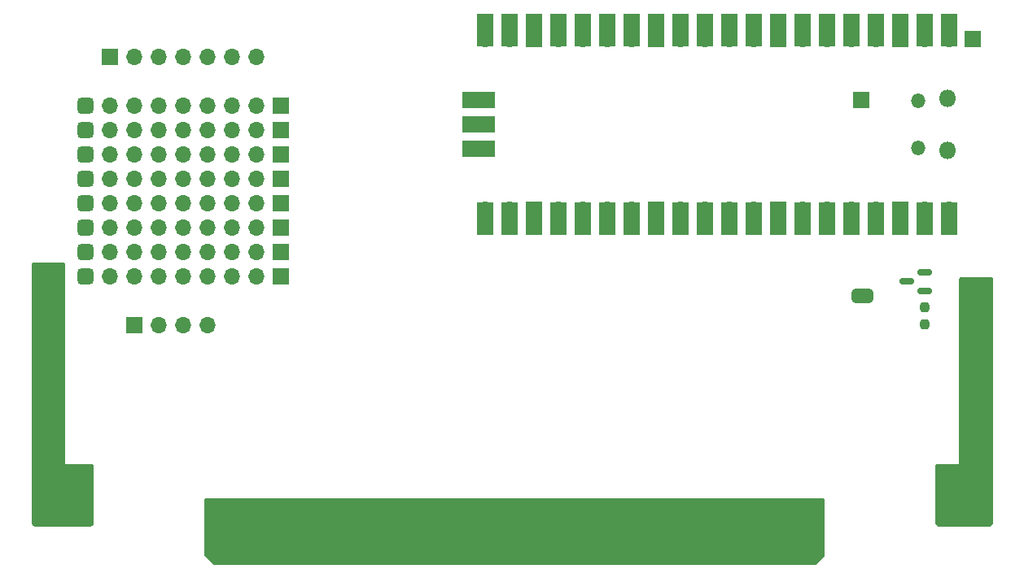
<source format=gts>
G04 #@! TF.GenerationSoftware,KiCad,Pcbnew,7.0.8*
G04 #@! TF.CreationDate,2023-10-30T20:32:02+01:00*
G04 #@! TF.ProjectId,picocart64_v1_lite,7069636f-6361-4727-9436-345f76315f6c,rev?*
G04 #@! TF.SameCoordinates,Original*
G04 #@! TF.FileFunction,Soldermask,Top*
G04 #@! TF.FilePolarity,Negative*
%FSLAX46Y46*%
G04 Gerber Fmt 4.6, Leading zero omitted, Abs format (unit mm)*
G04 Created by KiCad (PCBNEW 7.0.8) date 2023-10-30 20:32:02*
%MOMM*%
%LPD*%
G01*
G04 APERTURE LIST*
G04 Aperture macros list*
%AMRoundRect*
0 Rectangle with rounded corners*
0 $1 Rounding radius*
0 $2 $3 $4 $5 $6 $7 $8 $9 X,Y pos of 4 corners*
0 Add a 4 corners polygon primitive as box body*
4,1,4,$2,$3,$4,$5,$6,$7,$8,$9,$2,$3,0*
0 Add four circle primitives for the rounded corners*
1,1,$1+$1,$2,$3*
1,1,$1+$1,$4,$5*
1,1,$1+$1,$6,$7*
1,1,$1+$1,$8,$9*
0 Add four rect primitives between the rounded corners*
20,1,$1+$1,$2,$3,$4,$5,0*
20,1,$1+$1,$4,$5,$6,$7,0*
20,1,$1+$1,$6,$7,$8,$9,0*
20,1,$1+$1,$8,$9,$2,$3,0*%
%AMFreePoly0*
4,1,19,0.500000,-0.750000,0.000000,-0.750000,0.000000,-0.744911,-0.071157,-0.744911,-0.207708,-0.704816,-0.327430,-0.627875,-0.420627,-0.520320,-0.479746,-0.390866,-0.500000,-0.250000,-0.500000,0.250000,-0.479746,0.390866,-0.420627,0.520320,-0.327430,0.627875,-0.207708,0.704816,-0.071157,0.744911,0.000000,0.744911,0.000000,0.750000,0.500000,0.750000,0.500000,-0.750000,0.500000,-0.750000,
$1*%
%AMFreePoly1*
4,1,19,0.000000,0.744911,0.071157,0.744911,0.207708,0.704816,0.327430,0.627875,0.420627,0.520320,0.479746,0.390866,0.500000,0.250000,0.500000,-0.250000,0.479746,-0.390866,0.420627,-0.520320,0.327430,-0.627875,0.207708,-0.704816,0.071157,-0.744911,0.000000,-0.744911,0.000000,-0.750000,-0.500000,-0.750000,-0.500000,0.750000,0.000000,0.750000,0.000000,0.744911,0.000000,0.744911,
$1*%
G04 Aperture macros list end*
%ADD10C,0.150000*%
%ADD11C,2.500000*%
%ADD12R,1.700000X1.700000*%
%ADD13O,1.700000X1.700000*%
%ADD14RoundRect,0.425000X0.425000X-0.425000X0.425000X0.425000X-0.425000X0.425000X-0.425000X-0.425000X0*%
%ADD15RoundRect,0.237500X-0.237500X0.250000X-0.237500X-0.250000X0.237500X-0.250000X0.237500X0.250000X0*%
%ADD16FreePoly0,180.000000*%
%ADD17FreePoly1,180.000000*%
%ADD18O,1.800000X1.800000*%
%ADD19O,1.500000X1.500000*%
%ADD20R,1.700000X3.500000*%
%ADD21R,3.500000X1.700000*%
%ADD22RoundRect,0.150000X0.587500X0.150000X-0.587500X0.150000X-0.587500X-0.150000X0.587500X-0.150000X0*%
G04 APERTURE END LIST*
D10*
X186075000Y-91265000D02*
X186825000Y-91265000D01*
X186825000Y-92615000D01*
X186075000Y-92615000D01*
X186075000Y-91265000D01*
G36*
X186075000Y-91265000D02*
G01*
X186825000Y-91265000D01*
X186825000Y-92615000D01*
X186075000Y-92615000D01*
X186075000Y-91265000D01*
G37*
D11*
X102850000Y-112600000D03*
X197650000Y-112600000D03*
D12*
X197939990Y-65199997D03*
X186300000Y-71550000D03*
X110705000Y-95000000D03*
D13*
X113245000Y-95000000D03*
X115785000Y-95000000D03*
X118325000Y-95000000D03*
X108165000Y-89920000D03*
X110705000Y-89920000D03*
X113245000Y-89920000D03*
X115785000Y-89920000D03*
X118325000Y-89920000D03*
X120865000Y-89920000D03*
X123405000Y-89920000D03*
X108165000Y-87380000D03*
X110705000Y-87380000D03*
X113245000Y-87380000D03*
X115785000Y-87380000D03*
X118325000Y-87380000D03*
X120865000Y-87380000D03*
X123405000Y-87380000D03*
X108165000Y-84840000D03*
X110705000Y-84840000D03*
X113245000Y-84840000D03*
X115785000Y-84840000D03*
X118325000Y-84840000D03*
X120865000Y-84840000D03*
X123405000Y-84840000D03*
X108165000Y-82300000D03*
X110705000Y-82300000D03*
X113245000Y-82300000D03*
X115785000Y-82300000D03*
X118325000Y-82300000D03*
X120865000Y-82300000D03*
X123405000Y-82300000D03*
X108165000Y-79760000D03*
X110705000Y-79760000D03*
X113245000Y-79760000D03*
X115785000Y-79760000D03*
X118325000Y-79760000D03*
X120865000Y-79760000D03*
X123405000Y-79760000D03*
X108165000Y-77220000D03*
X110705000Y-77220000D03*
X113245000Y-77220000D03*
X115785000Y-77220000D03*
X118325000Y-77220000D03*
X120865000Y-77220000D03*
X123405000Y-77220000D03*
X108165000Y-74680000D03*
X110705000Y-74680000D03*
X113245000Y-74680000D03*
X115785000Y-74680000D03*
X118325000Y-74680000D03*
X120865000Y-74680000D03*
X123405000Y-74680000D03*
X108165000Y-72140000D03*
X110705000Y-72140000D03*
X113245000Y-72140000D03*
X115785000Y-72140000D03*
X118325000Y-72140000D03*
X120865000Y-72140000D03*
X123405000Y-72140000D03*
D14*
X105625000Y-89920000D03*
X105625000Y-87380000D03*
X105625000Y-84840000D03*
X105625000Y-82300000D03*
X105625000Y-79760000D03*
X105625000Y-77220000D03*
X105625000Y-74680000D03*
X105625000Y-72140000D03*
D12*
X125945000Y-89920000D03*
X125945000Y-87380000D03*
X125945000Y-84840000D03*
X125945000Y-82300000D03*
X125945000Y-79760000D03*
X125945000Y-77220000D03*
X125945000Y-74680000D03*
X125945000Y-72140000D03*
D15*
X192925000Y-93097500D03*
X192925000Y-94922500D03*
D16*
X187095000Y-91940000D03*
D17*
X185795000Y-91940000D03*
D18*
X195288600Y-71350000D03*
D19*
X192258600Y-71650000D03*
X192258600Y-76500000D03*
D18*
X195288600Y-76800000D03*
D13*
X195418600Y-65185000D03*
D20*
X195418600Y-64285000D03*
D13*
X192878600Y-65185000D03*
D20*
X192878600Y-64285000D03*
D12*
X190338600Y-65185000D03*
D20*
X190338600Y-64285000D03*
D13*
X187798600Y-65185000D03*
D20*
X187798600Y-64285000D03*
D13*
X185258600Y-65185000D03*
D20*
X185258600Y-64285000D03*
D13*
X182718600Y-65185000D03*
D20*
X182718600Y-64285000D03*
D13*
X180178600Y-65185000D03*
D20*
X180178600Y-64285000D03*
D12*
X177638600Y-65185000D03*
D20*
X177638600Y-64285000D03*
D13*
X175098600Y-65185000D03*
D20*
X175098600Y-64285000D03*
D13*
X172558600Y-65185000D03*
D20*
X172558600Y-64285000D03*
D13*
X170018600Y-65185000D03*
D20*
X170018600Y-64285000D03*
D13*
X167478600Y-65185000D03*
D20*
X167478600Y-64285000D03*
D12*
X164938600Y-65185000D03*
D20*
X164938600Y-64285000D03*
D13*
X162398600Y-65185000D03*
D20*
X162398600Y-64285000D03*
D13*
X159858600Y-65185000D03*
D20*
X159858600Y-64285000D03*
D13*
X157318600Y-65185000D03*
D20*
X157318600Y-64285000D03*
D13*
X154778600Y-65185000D03*
D20*
X154778600Y-64285000D03*
D12*
X152238600Y-65185000D03*
D20*
X152238600Y-64285000D03*
D13*
X149698600Y-65185000D03*
D20*
X149698600Y-64285000D03*
D13*
X147158600Y-65185000D03*
D20*
X147158600Y-64285000D03*
D13*
X147158600Y-82965000D03*
D20*
X147158600Y-83865000D03*
D13*
X149698600Y-82965000D03*
D20*
X149698600Y-83865000D03*
D12*
X152238600Y-82965000D03*
D20*
X152238600Y-83865000D03*
D13*
X154778600Y-82965000D03*
D20*
X154778600Y-83865000D03*
D13*
X157318600Y-82965000D03*
D20*
X157318600Y-83865000D03*
D13*
X159858600Y-82965000D03*
D20*
X159858600Y-83865000D03*
D13*
X162398600Y-82965000D03*
D20*
X162398600Y-83865000D03*
D12*
X164938600Y-82965000D03*
D20*
X164938600Y-83865000D03*
D13*
X167478600Y-82965000D03*
D20*
X167478600Y-83865000D03*
D13*
X170018600Y-82965000D03*
D20*
X170018600Y-83865000D03*
D13*
X172558600Y-82965000D03*
D20*
X172558600Y-83865000D03*
D13*
X175098600Y-82965000D03*
D20*
X175098600Y-83865000D03*
D12*
X177638600Y-82965000D03*
D20*
X177638600Y-83865000D03*
D13*
X180178600Y-82965000D03*
D20*
X180178600Y-83865000D03*
D13*
X182718600Y-82965000D03*
D20*
X182718600Y-83865000D03*
D13*
X185258600Y-82965000D03*
D20*
X185258600Y-83865000D03*
D13*
X187798600Y-82965000D03*
D20*
X187798600Y-83865000D03*
D12*
X190338600Y-82965000D03*
D20*
X190338600Y-83865000D03*
D13*
X192878600Y-82965000D03*
D20*
X192878600Y-83865000D03*
D13*
X195418600Y-82965000D03*
D20*
X195418600Y-83865000D03*
D13*
X147388600Y-71535000D03*
D21*
X146488600Y-71535000D03*
D12*
X147388600Y-74075000D03*
D21*
X146488600Y-74075000D03*
D13*
X147388600Y-76615000D03*
D21*
X146488600Y-76615000D03*
D12*
X108165000Y-67060000D03*
D13*
X110705000Y-67060000D03*
X113245000Y-67060000D03*
X115785000Y-67060000D03*
X118325000Y-67060000D03*
X120865000Y-67060000D03*
X123405000Y-67060000D03*
D22*
X192912500Y-91410000D03*
X192912500Y-89510000D03*
X191037500Y-90460000D03*
G36*
X199942121Y-90020002D02*
G01*
X199988614Y-90073658D01*
X200000000Y-90126000D01*
X200000000Y-109728000D01*
X199979998Y-109796121D01*
X199926342Y-109842614D01*
X199874000Y-109854000D01*
X196501540Y-109854000D01*
X196498445Y-109853924D01*
X196478196Y-109852928D01*
X196472044Y-109852322D01*
X196453514Y-109849574D01*
X196447446Y-109848366D01*
X196429265Y-109843812D01*
X196423347Y-109842017D01*
X196405716Y-109835709D01*
X196399999Y-109833341D01*
X196383063Y-109825331D01*
X196377608Y-109822415D01*
X196361545Y-109812788D01*
X196356403Y-109809352D01*
X196341349Y-109798187D01*
X196336564Y-109794261D01*
X196322688Y-109781684D01*
X196318315Y-109777311D01*
X196305738Y-109763435D01*
X196301812Y-109758650D01*
X196290647Y-109743596D01*
X196287211Y-109738454D01*
X196277584Y-109722391D01*
X196274668Y-109716936D01*
X196266658Y-109700000D01*
X196264290Y-109694283D01*
X196257982Y-109676652D01*
X196256187Y-109670734D01*
X196252650Y-109656616D01*
X196255500Y-109585677D01*
X196296251Y-109527540D01*
X196361963Y-109500663D01*
X196374874Y-109500000D01*
X196500000Y-109500000D01*
X196500000Y-90126000D01*
X196520002Y-90057879D01*
X196573658Y-90011386D01*
X196626000Y-90000000D01*
X199874000Y-90000000D01*
X199942121Y-90020002D01*
G37*
G36*
X103442121Y-88520002D02*
G01*
X103488614Y-88573658D01*
X103500000Y-88626000D01*
X103500000Y-109500000D01*
X103520838Y-109500000D01*
X103588959Y-109520002D01*
X103635452Y-109573658D01*
X103645556Y-109643932D01*
X103616062Y-109708512D01*
X103556336Y-109746896D01*
X103539312Y-109750638D01*
X103527946Y-109752323D01*
X103521800Y-109752928D01*
X103501556Y-109753924D01*
X103498460Y-109754000D01*
X100126000Y-109754000D01*
X100057879Y-109733998D01*
X100011386Y-109680342D01*
X100000000Y-109628000D01*
X100000000Y-88626000D01*
X100020002Y-88557879D01*
X100073658Y-88511386D01*
X100126000Y-88500000D01*
X103374000Y-88500000D01*
X103442121Y-88520002D01*
G37*
G36*
X182442121Y-113020002D02*
G01*
X182488614Y-113073658D01*
X182500000Y-113126000D01*
X182500000Y-118947810D01*
X182479998Y-119015931D01*
X182463095Y-119036905D01*
X181536905Y-119963095D01*
X181474593Y-119997121D01*
X181447810Y-120000000D01*
X119052190Y-120000000D01*
X118984069Y-119979998D01*
X118963095Y-119963095D01*
X118036905Y-119036905D01*
X118002879Y-118974593D01*
X118000000Y-118947810D01*
X118000000Y-113126000D01*
X118020002Y-113057879D01*
X118073658Y-113011386D01*
X118126000Y-113000000D01*
X182374000Y-113000000D01*
X182442121Y-113020002D01*
G37*
G36*
X199942121Y-109266002D02*
G01*
X199988614Y-109319658D01*
X200000000Y-109372000D01*
X200000000Y-115495867D01*
X199999460Y-115504099D01*
X199985128Y-115612963D01*
X199976615Y-115644734D01*
X199939361Y-115734673D01*
X199922914Y-115763160D01*
X199863650Y-115840393D01*
X199840393Y-115863650D01*
X199763160Y-115922914D01*
X199734673Y-115939361D01*
X199644734Y-115976615D01*
X199612963Y-115985128D01*
X199504099Y-115999460D01*
X199495867Y-116000000D01*
X194504133Y-116000000D01*
X194495901Y-115999460D01*
X194387037Y-115985128D01*
X194355265Y-115976615D01*
X194265326Y-115939361D01*
X194236839Y-115922914D01*
X194159606Y-115863650D01*
X194136349Y-115840393D01*
X194077085Y-115763160D01*
X194060638Y-115734673D01*
X194023384Y-115644734D01*
X194014871Y-115612961D01*
X194000539Y-115504098D01*
X194000000Y-115495867D01*
X194000000Y-109626000D01*
X194020002Y-109557879D01*
X194073658Y-109511386D01*
X194126000Y-109500000D01*
X196500000Y-109500000D01*
X196500000Y-109372000D01*
X196520002Y-109303879D01*
X196573658Y-109257386D01*
X196626000Y-109246000D01*
X199874000Y-109246000D01*
X199942121Y-109266002D01*
G37*
G36*
X103442121Y-109266002D02*
G01*
X103488614Y-109319658D01*
X103500000Y-109372000D01*
X103500000Y-109500000D01*
X106374000Y-109500000D01*
X106442121Y-109520002D01*
X106488614Y-109573658D01*
X106500000Y-109626000D01*
X106500000Y-115495867D01*
X106499460Y-115504099D01*
X106485128Y-115612963D01*
X106476615Y-115644734D01*
X106439361Y-115734673D01*
X106422914Y-115763160D01*
X106363650Y-115840393D01*
X106340393Y-115863650D01*
X106263160Y-115922914D01*
X106234673Y-115939361D01*
X106144734Y-115976615D01*
X106112963Y-115985128D01*
X106004099Y-115999460D01*
X105995867Y-116000000D01*
X100504133Y-116000000D01*
X100495901Y-115999460D01*
X100387037Y-115985128D01*
X100355265Y-115976615D01*
X100265326Y-115939361D01*
X100236839Y-115922914D01*
X100159606Y-115863650D01*
X100136349Y-115840393D01*
X100077085Y-115763160D01*
X100060638Y-115734673D01*
X100023384Y-115644734D01*
X100014871Y-115612961D01*
X100000539Y-115504098D01*
X100000000Y-115495867D01*
X100000000Y-109372000D01*
X100020002Y-109303879D01*
X100073658Y-109257386D01*
X100126000Y-109246000D01*
X103374000Y-109246000D01*
X103442121Y-109266002D01*
G37*
M02*

</source>
